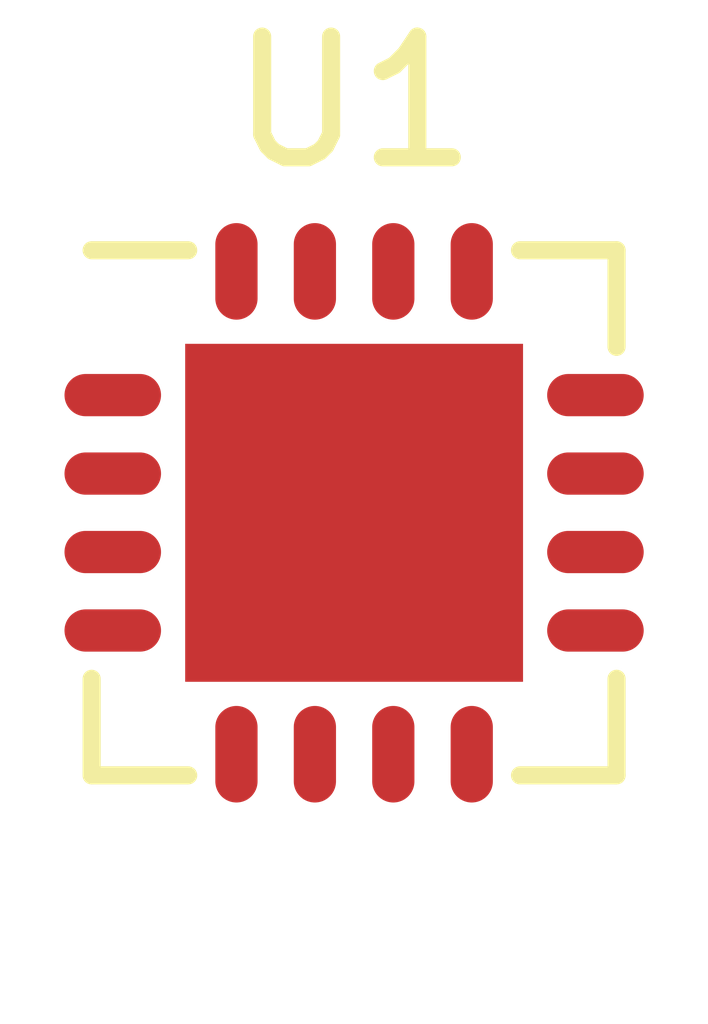
<source format=kicad_pcb>
(kicad_pcb (version 20171130) (host pcbnew "(5.1.4)-1")

  (general
    (thickness 1.6)
    (drawings 0)
    (tracks 0)
    (zones 0)
    (modules 1)
    (nets 17)
  )

  (page A4)
  (layers
    (0 F.Cu signal)
    (31 B.Cu signal)
    (32 B.Adhes user)
    (33 F.Adhes user)
    (34 B.Paste user)
    (35 F.Paste user)
    (36 B.SilkS user)
    (37 F.SilkS user)
    (38 B.Mask user)
    (39 F.Mask user)
    (40 Dwgs.User user)
    (41 Cmts.User user)
    (42 Eco1.User user)
    (43 Eco2.User user)
    (44 Edge.Cuts user)
    (45 Margin user)
    (46 B.CrtYd user)
    (47 F.CrtYd user)
    (48 B.Fab user)
    (49 F.Fab user)
  )

  (setup
    (last_trace_width 0.25)
    (trace_clearance 0.2)
    (zone_clearance 0.508)
    (zone_45_only no)
    (trace_min 0.2)
    (via_size 0.8)
    (via_drill 0.4)
    (via_min_size 0.4)
    (via_min_drill 0.3)
    (uvia_size 0.3)
    (uvia_drill 0.1)
    (uvias_allowed no)
    (uvia_min_size 0.2)
    (uvia_min_drill 0.1)
    (edge_width 0.05)
    (segment_width 0.2)
    (pcb_text_width 0.3)
    (pcb_text_size 1.5 1.5)
    (mod_edge_width 0.12)
    (mod_text_size 1 1)
    (mod_text_width 0.15)
    (pad_size 1.524 1.524)
    (pad_drill 0.762)
    (pad_to_mask_clearance 0.051)
    (solder_mask_min_width 0.25)
    (aux_axis_origin 0 0)
    (visible_elements FFFFFF7F)
    (pcbplotparams
      (layerselection 0x010fc_ffffffff)
      (usegerberextensions false)
      (usegerberattributes false)
      (usegerberadvancedattributes false)
      (creategerberjobfile false)
      (excludeedgelayer true)
      (linewidth 0.100000)
      (plotframeref false)
      (viasonmask false)
      (mode 1)
      (useauxorigin false)
      (hpglpennumber 1)
      (hpglpenspeed 20)
      (hpglpendiameter 15.000000)
      (psnegative false)
      (psa4output false)
      (plotreference true)
      (plotvalue true)
      (plotinvisibletext false)
      (padsonsilk false)
      (subtractmaskfromsilk false)
      (outputformat 1)
      (mirror false)
      (drillshape 1)
      (scaleselection 1)
      (outputdirectory ""))
  )

  (net 0 "")
  (net 1 "Net-(U1-Pad1)")
  (net 2 "Net-(U1-Pad2)")
  (net 3 "Net-(U1-Pad3)")
  (net 4 "Net-(U1-Pad4)")
  (net 5 "Net-(U1-Pad5)")
  (net 6 "Net-(U1-Pad6)")
  (net 7 "Net-(U1-Pad7)")
  (net 8 "Net-(U1-Pad8)")
  (net 9 "Net-(U1-Pad9)")
  (net 10 "Net-(U1-Pad10)")
  (net 11 "Net-(U1-Pad11)")
  (net 12 "Net-(U1-Pad12)")
  (net 13 "Net-(U1-Pad13)")
  (net 14 "Net-(U1-Pad15)")
  (net 15 "Net-(U1-Pad16)")
  (net 16 "Net-(U1-Pad17)")

  (net_class Default "This is the default net class."
    (clearance 0.2)
    (trace_width 0.25)
    (via_dia 0.8)
    (via_drill 0.4)
    (uvia_dia 0.3)
    (uvia_drill 0.1)
    (add_net "Net-(U1-Pad1)")
    (add_net "Net-(U1-Pad10)")
    (add_net "Net-(U1-Pad11)")
    (add_net "Net-(U1-Pad12)")
    (add_net "Net-(U1-Pad13)")
    (add_net "Net-(U1-Pad15)")
    (add_net "Net-(U1-Pad16)")
    (add_net "Net-(U1-Pad17)")
    (add_net "Net-(U1-Pad2)")
    (add_net "Net-(U1-Pad3)")
    (add_net "Net-(U1-Pad4)")
    (add_net "Net-(U1-Pad5)")
    (add_net "Net-(U1-Pad6)")
    (add_net "Net-(U1-Pad7)")
    (add_net "Net-(U1-Pad8)")
    (add_net "Net-(U1-Pad9)")
  )

  (module Package_DFN_QFN:MLPQ-16-1EP_4x4mm_P0.65mm_EP2.8x2.8mm (layer F.Cu) (tedit 5A65004B) (tstamp 5D716943)
    (at 131.9784 75.5396)
    (descr "Micro Leadframe Package, 16 pin with exposed pad")
    (tags "MLPQ- 0.65")
    (path /5D71680F)
    (attr smd)
    (fp_text reference U1 (at 0 -3.4) (layer F.SilkS)
      (effects (font (size 1 1) (thickness 0.15)))
    )
    (fp_text value AS3935 (at 0 3.4) (layer F.Fab)
      (effects (font (size 1 1) (thickness 0.15)))
    )
    (fp_text user %R (at 0 0) (layer F.Fab)
      (effects (font (size 1 1) (thickness 0.15)))
    )
    (fp_line (start -1 -2) (end 2 -2) (layer F.Fab) (width 0.15))
    (fp_line (start 2 -2) (end 2 2) (layer F.Fab) (width 0.15))
    (fp_line (start 2 2) (end -2 2) (layer F.Fab) (width 0.15))
    (fp_line (start -2 2) (end -2 -1) (layer F.Fab) (width 0.15))
    (fp_line (start -2 -1) (end -1 -2) (layer F.Fab) (width 0.15))
    (fp_line (start -2.65 -2.65) (end -2.65 2.65) (layer F.CrtYd) (width 0.05))
    (fp_line (start 2.65 -2.65) (end 2.65 2.65) (layer F.CrtYd) (width 0.05))
    (fp_line (start -2.65 -2.65) (end 2.65 -2.65) (layer F.CrtYd) (width 0.05))
    (fp_line (start -2.65 2.65) (end 2.65 2.65) (layer F.CrtYd) (width 0.05))
    (fp_line (start 2.175 -2.175) (end 2.175 -1.375) (layer F.SilkS) (width 0.15))
    (fp_line (start -2.175 2.175) (end -2.175 1.375) (layer F.SilkS) (width 0.15))
    (fp_line (start 2.175 2.175) (end 2.175 1.375) (layer F.SilkS) (width 0.15))
    (fp_line (start -2.175 -2.175) (end -1.375 -2.175) (layer F.SilkS) (width 0.15))
    (fp_line (start -2.175 2.175) (end -1.375 2.175) (layer F.SilkS) (width 0.15))
    (fp_line (start 2.175 2.175) (end 1.375 2.175) (layer F.SilkS) (width 0.15))
    (fp_line (start 2.175 -2.175) (end 1.375 -2.175) (layer F.SilkS) (width 0.15))
    (pad 1 smd oval (at -2 -0.975) (size 0.8 0.35) (layers F.Cu F.Paste F.Mask)
      (net 1 "Net-(U1-Pad1)"))
    (pad 2 smd oval (at -2 -0.325) (size 0.8 0.35) (layers F.Cu F.Paste F.Mask)
      (net 2 "Net-(U1-Pad2)"))
    (pad 3 smd oval (at -2 0.325) (size 0.8 0.35) (layers F.Cu F.Paste F.Mask)
      (net 3 "Net-(U1-Pad3)"))
    (pad 4 smd oval (at -2 0.975) (size 0.8 0.35) (layers F.Cu F.Paste F.Mask)
      (net 4 "Net-(U1-Pad4)"))
    (pad 5 smd oval (at -0.975 2 90) (size 0.8 0.35) (layers F.Cu F.Paste F.Mask)
      (net 5 "Net-(U1-Pad5)"))
    (pad 6 smd oval (at -0.325 2 90) (size 0.8 0.35) (layers F.Cu F.Paste F.Mask)
      (net 6 "Net-(U1-Pad6)"))
    (pad 7 smd oval (at 0.325 2 90) (size 0.8 0.35) (layers F.Cu F.Paste F.Mask)
      (net 7 "Net-(U1-Pad7)"))
    (pad 8 smd oval (at 0.975 2 90) (size 0.8 0.35) (layers F.Cu F.Paste F.Mask)
      (net 8 "Net-(U1-Pad8)"))
    (pad 9 smd oval (at 2 0.975) (size 0.8 0.35) (layers F.Cu F.Paste F.Mask)
      (net 9 "Net-(U1-Pad9)"))
    (pad 10 smd oval (at 2 0.325) (size 0.8 0.35) (layers F.Cu F.Paste F.Mask)
      (net 10 "Net-(U1-Pad10)"))
    (pad 11 smd oval (at 2 -0.325) (size 0.8 0.35) (layers F.Cu F.Paste F.Mask)
      (net 11 "Net-(U1-Pad11)"))
    (pad 12 smd oval (at 2 -0.975) (size 0.8 0.35) (layers F.Cu F.Paste F.Mask)
      (net 12 "Net-(U1-Pad12)"))
    (pad 13 smd oval (at 0.975 -2 90) (size 0.8 0.35) (layers F.Cu F.Paste F.Mask)
      (net 13 "Net-(U1-Pad13)"))
    (pad 14 smd oval (at 0.325 -2 90) (size 0.8 0.35) (layers F.Cu F.Paste F.Mask))
    (pad 15 smd oval (at -0.325 -2 90) (size 0.8 0.35) (layers F.Cu F.Paste F.Mask)
      (net 14 "Net-(U1-Pad15)"))
    (pad 16 smd oval (at -0.975 -2 90) (size 0.8 0.35) (layers F.Cu F.Paste F.Mask)
      (net 15 "Net-(U1-Pad16)"))
    (pad "" smd rect (at 0.7 0.7) (size 1.13 1.13) (layers F.Paste))
    (pad 17 smd rect (at 0 0) (size 2.8 2.8) (layers F.Cu F.Mask)
      (net 16 "Net-(U1-Pad17)"))
    (pad "" smd rect (at 0.7 -0.7) (size 1.13 1.13) (layers F.Paste))
    (pad "" smd rect (at -0.7 -0.7) (size 1.13 1.13) (layers F.Paste))
    (pad "" smd rect (at -0.7 0.7) (size 1.13 1.13) (layers F.Paste))
    (model ${KISYS3DMOD}/Package_DFN_QFN.3dshapes/MLPQ-16-1EP_4x4mm_P0.65mm_EP2.8x2.8mm.wrl
      (at (xyz 0 0 0))
      (scale (xyz 1 1 1))
      (rotate (xyz 0 0 0))
    )
  )

)

</source>
